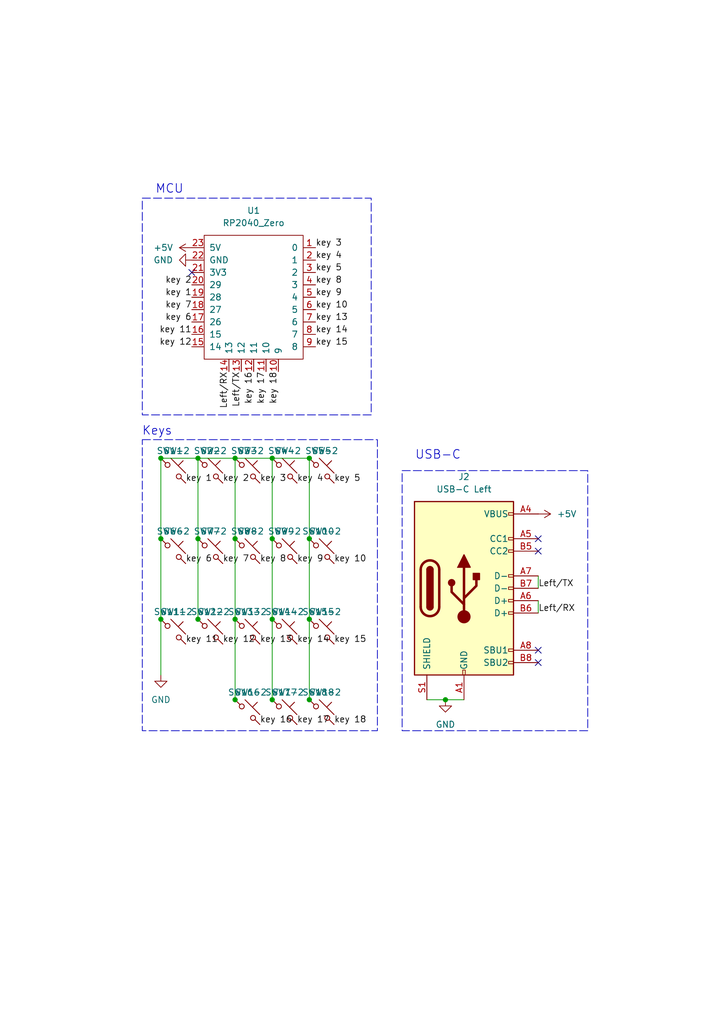
<source format=kicad_sch>
(kicad_sch (version 20250114) (generator "eeschema") (generator_version "9.0")
  (paper "A5" portrait)
  (title_block (title "Split") (date "2025-03-22") (rev "1") (company "Lukas Reis"))
  (lib_symbols
    (symbol "+5V_1" (power) (pin_numbers (hide yes)) (pin_names (offset 0) (hide yes))
      (property "Value" "+5V" (at 0 3.556 0))
      (symbol "+5V_1_0_1"
        (polyline (pts (xy -0.762 1.27) (xy 0 2.54)))
        (polyline (pts (xy 0 2.54) (xy 0.762 1.27)))
        (polyline (pts (xy 0 0) (xy 0 2.54)))
      )
      (symbol "+5V_1_1_1"
        (pin power_in line (at 0 0 90) (length 0) (name "~") (number "1"))
      )
    )
    (symbol "Connector:USB_C_Receptacle_USB2.0_16P" (pin_names (offset 1.016))
      (property "Reference" "J" (at 0 22.225 0))
      (property "Value" "USB_C_Receptacle_USB2.0_16P" (at 0 19.685 0))
      (symbol "USB_C_Receptacle_USB2.0_16P_0_0"
        (rectangle (start -0.254 -17.78) (end 0.254 -16.764))
        (rectangle (start 10.16 15.494) (end 9.144 14.986))
        (rectangle (start 10.16 10.414) (end 9.144 9.906))
        (rectangle (start 10.16 7.874) (end 9.144 7.366))
        (rectangle (start 10.16 2.794) (end 9.144 2.286))
        (rectangle (start 10.16 0.254) (end 9.144 -0.254))
        (rectangle (start 10.16 -2.286) (end 9.144 -2.794))
        (rectangle (start 10.16 -4.826) (end 9.144 -5.334))
        (rectangle (start 10.16 -12.446) (end 9.144 -12.954))
        (rectangle (start 10.16 -14.986) (end 9.144 -15.494))
      )
      (symbol "USB_C_Receptacle_USB2.0_16P_0_1"
        (rectangle (start -10.16 17.78) (end 10.16 -17.78) (stroke (width 0.254)) (fill (type background)))
        (polyline (pts (xy -8.89 -3.81) (xy -8.89 3.81)) (stroke (width 0.508)))
        (rectangle (start -7.62 -3.81) (end -6.35 3.81) (stroke (width 0.254)) (fill (type outline)))
        (arc (start -7.62 3.81) (mid -6.985 4.4423) (end -6.35 3.81) (stroke (width 0.254)))
        (arc (start -7.62 3.81) (mid -6.985 4.4423) (end -6.35 3.81) (stroke (width 0.254)) (fill (type outline)))
        (arc (start -8.89 3.81) (mid -6.985 5.7067) (end -5.08 3.81) (stroke (width 0.508)))
        (arc (start -5.08 -3.81) (mid -6.985 -5.7067) (end -8.89 -3.81) (stroke (width 0.508)))
        (arc (start -6.35 -3.81) (mid -6.985 -4.4423) (end -7.62 -3.81) (stroke (width 0.254)))
        (arc (start -6.35 -3.81) (mid -6.985 -4.4423) (end -7.62 -3.81) (stroke (width 0.254)) (fill (type outline)))
        (polyline (pts (xy -5.08 3.81) (xy -5.08 -3.81)) (stroke (width 0.508)))
        (circle (center -2.54 1.143) (radius 0.635) (stroke (width 0.254)) (fill (type outline)))
        (polyline (pts (xy -1.27 4.318) (xy 0 6.858) (xy 1.27 4.318) (xy -1.27 4.318)) (stroke (width 0.254)) (fill (type outline)))
        (polyline (pts (xy 0 -2.032) (xy 2.54 0.508) (xy 2.54 1.778)) (stroke (width 0.508)))
        (polyline (pts (xy 0 -3.302) (xy -2.54 -0.762) (xy -2.54 0.508)) (stroke (width 0.508)))
        (polyline (pts (xy 0 -5.842) (xy 0 4.318)) (stroke (width 0.508)))
        (circle (center 0 -5.842) (radius 1.27) (fill (type outline)))
        (rectangle (start 1.905 1.778) (end 3.175 3.048) (stroke (width 0.254)) (fill (type outline)))
      )
      (symbol "USB_C_Receptacle_USB2.0_16P_1_1"
        (pin passive line (at -7.62 -22.86 90) (length 5.08) (name "SHIELD") (number "S1"))
        (pin passive line (at 0 -22.86 90) (length 5.08) (name "GND") (number "A1"))
        (pin passive line (at 0 -22.86 90) (length 5.08) (hide yes) (name "GND") (number "A12"))
        (pin passive line (at 0 -22.86 90) (length 5.08) (hide yes) (name "GND") (number "B1"))
        (pin passive line (at 0 -22.86 90) (length 5.08) (hide yes) (name "GND") (number "B12"))
        (pin passive line (at 15.24 15.24 180) (length 5.08) (name "VBUS") (number "A4"))
        (pin passive line (at 15.24 15.24 180) (length 5.08) (hide yes) (name "VBUS") (number "A9"))
        (pin passive line (at 15.24 15.24 180) (length 5.08) (hide yes) (name "VBUS") (number "B4"))
        (pin passive line (at 15.24 15.24 180) (length 5.08) (hide yes) (name "VBUS") (number "B9"))
        (pin bidirectional line (at 15.24 10.16 180) (length 5.08) (name "CC1") (number "A5"))
        (pin bidirectional line (at 15.24 7.62 180) (length 5.08) (name "CC2") (number "B5"))
        (pin bidirectional line (at 15.24 2.54 180) (length 5.08) (name "D-") (number "A7"))
        (pin bidirectional line (at 15.24 0 180) (length 5.08) (name "D-") (number "B7"))
        (pin bidirectional line (at 15.24 -2.54 180) (length 5.08) (name "D+") (number "A6"))
        (pin bidirectional line (at 15.24 -5.08 180) (length 5.08) (name "D+") (number "B6"))
        (pin bidirectional line (at 15.24 -12.7 180) (length 5.08) (name "SBU1") (number "A8"))
        (pin bidirectional line (at 15.24 -15.24 180) (length 5.08) (name "SBU2") (number "B8"))
      )
    )
    (symbol "ScottoKeebs:MCU_RP2040_Zero" (pin_names (offset 1.016))
      (property "Reference" "U" (at 0 15.24 0))
      (property "Value" "RP2040_Zero" (at 0 12.7 0))
      (symbol "MCU_RP2040_Zero_0_1"
        (rectangle (start -10.16 11.43) (end 10.16 -13.97))
      )
      (symbol "MCU_RP2040_Zero_1_1"
        (pin power_out line (at -12.7 8.89 0) (length 2.54) (name "5V") (number "23"))
        (pin power_out line (at -12.7 6.35 0) (length 2.54) (name "GND") (number "22"))
        (pin power_out line (at -12.7 3.81 0) (length 2.54) (name "3V3") (number "21"))
        (pin bidirectional line (at -12.7 1.27 0) (length 2.54) (name "29") (number "20"))
        (pin bidirectional line (at -12.7 -1.27 0) (length 2.54) (name "28") (number "19"))
        (pin bidirectional line (at -12.7 -3.81 0) (length 2.54) (name "27") (number "18"))
        (pin bidirectional line (at -12.7 -6.35 0) (length 2.54) (name "26") (number "17"))
        (pin bidirectional line (at -12.7 -8.89 0) (length 2.54) (name "15") (number "16"))
        (pin bidirectional line (at -12.7 -11.43 0) (length 2.54) (name "14") (number "15"))
        (pin bidirectional line (at -5.08 -16.51 90) (length 2.54) (name "13") (number "14"))
        (pin bidirectional line (at -2.54 -16.51 90) (length 2.54) (name "12") (number "13"))
        (pin bidirectional line (at 0 -16.51 90) (length 2.54) (name "11") (number "12"))
        (pin bidirectional line (at 2.54 -16.51 90) (length 2.54) (name "10") (number "11"))
        (pin bidirectional line (at 5.08 -16.51 90) (length 2.54) (name "9") (number "10"))
        (pin bidirectional line (at 12.7 8.89 180) (length 2.54) (name "0") (number "1"))
        (pin bidirectional line (at 12.7 6.35 180) (length 2.54) (name "1") (number "2"))
        (pin bidirectional line (at 12.7 3.81 180) (length 2.54) (name "2") (number "3"))
        (pin bidirectional line (at 12.7 1.27 180) (length 2.54) (name "3") (number "4"))
        (pin bidirectional line (at 12.7 -1.27 180) (length 2.54) (name "4") (number "5"))
        (pin bidirectional line (at 12.7 -3.81 180) (length 2.54) (name "5") (number "6"))
        (pin bidirectional line (at 12.7 -6.35 180) (length 2.54) (name "6") (number "7"))
        (pin bidirectional line (at 12.7 -8.89 180) (length 2.54) (name "7") (number "8"))
        (pin bidirectional line (at 12.7 -11.43 180) (length 2.54) (name "8") (number "9"))
      )
    )
    (symbol "Switch:SW_Push_45deg" (pin_numbers (hide yes)) (pin_names (offset 1.016) (hide yes))
      (property "Reference" "SW" (at 3.048 1.016 0))
      (property "Value" "SW_Push_45deg" (at 0 -3.81 0))
      (symbol "SW_Push_45deg_0_1"
        (polyline (pts (xy -2.54 2.54) (xy -1.524 1.524) (xy -1.524 1.524)))
        (circle (center -1.1684 1.1684) (radius 0.508))
        (polyline (pts (xy -0.508 2.54) (xy 2.54 -0.508)))
        (polyline (pts (xy 1.016 1.016) (xy 2.032 2.032)))
        (circle (center 1.143 -1.1938) (radius 0.508))
        (polyline (pts (xy 1.524 -1.524) (xy 2.54 -2.54) (xy 2.54 -2.54) (xy 2.54 -2.54)))
        (pin passive line (at -2.54 2.54 0) (length 0) (name "1") (number "1"))
        (pin passive line (at 2.54 -2.54 180) (length 0) (name "2") (number "2"))
      )
    )
    (symbol "power:+5V" (power) (pin_numbers (hide yes)) (pin_names (offset 0) (hide yes))
      (property "Value" "+5V" (at 0 3.556 0))
      (symbol "+5V_0_1"
        (polyline (pts (xy -0.762 1.27) (xy 0 2.54)))
        (polyline (pts (xy 0 2.54) (xy 0.762 1.27)))
        (polyline (pts (xy 0 0) (xy 0 2.54)))
      )
      (symbol "+5V_1_1"
        (pin power_in line (at 0 0 90) (length 0) (name "~") (number "1"))
      )
    )
    (symbol "power:GND" (power) (pin_numbers (hide yes)) (pin_names (offset 0) (hide yes))
      (property "Value" "GND" (at 0 -3.81 0))
      (symbol "GND_0_1"
        (polyline (pts (xy 0 0) (xy 0 -1.27) (xy 1.27 -1.27) (xy 0 -2.54) (xy -1.27 -1.27) (xy 0 -1.27)))
      )
      (symbol "GND_1_1"
        (pin power_in line (at 0 0 270) (length 0) (name "~") (number "1"))
      )
    )
  )
  (rectangle (start 29.21 40.64) (end 76.2 85.09) (stroke (width 0) (type dash)))
  (rectangle (start 82.55 96.52) (end 120.65 149.86) (stroke (width 0) (type dash)))
  (rectangle (start 29.21 90.17) (end 77.47 149.86) (stroke (width 0) (type dash)))
  (text "USB-C\n\n\n" (at 89.916 96.266 0) (effects (font (size 1.778 1.778))))
  (text "Keys\n\n" (at 32.258 89.916 0) (effects (font (size 1.778 1.778))))
  (text "MCU" (at 34.798 38.862 0) (effects (font (size 1.778 1.778))))
  (junction (at 40.64 93.98))
  (junction (at 91.44 143.51))
  (junction (at 48.26 143.51))
  (junction (at 48.26 93.98))
  (junction (at 33.02 127))
  (junction (at 33.02 110.49))
  (junction (at 33.02 93.98))
  (junction (at 63.5 143.51))
  (junction (at 55.88 93.98))
  (junction (at 40.64 127))
  (junction (at 55.88 127))
  (junction (at 48.26 110.49))
  (junction (at 55.88 143.51))
  (junction (at 63.5 93.98))
  (junction (at 55.88 110.49))
  (junction (at 63.5 127))
  (junction (at 63.5 110.49))
  (junction (at 40.64 110.49))
  (junction (at 48.26 127))
  (no_connect (at 110.49 110.49))
  (no_connect (at 39.37 55.88))
  (no_connect (at 110.49 133.35))
  (no_connect (at 110.49 113.03))
  (no_connect (at 110.49 135.89))
  (wire (pts (xy 33.02 93.98) (xy 40.64 93.98)))
  (wire (pts (xy 40.64 110.49) (xy 40.64 127)))
  (wire (pts (xy 110.49 118.11) (xy 110.49 120.65)))
  (wire (pts (xy 48.26 110.49) (xy 48.26 127)))
  (wire (pts (xy 63.5 110.49) (xy 63.5 127)))
  (wire (pts (xy 48.26 93.98) (xy 48.26 110.49)))
  (wire (pts (xy 55.88 93.98) (xy 55.88 110.49)))
  (wire (pts (xy 33.02 93.98) (xy 33.02 110.49)))
  (wire (pts (xy 33.02 138.43) (xy 33.02 127)))
  (wire (pts (xy 87.63 143.51) (xy 91.44 143.51)))
  (wire (pts (xy 48.26 127) (xy 48.26 143.51)))
  (wire (pts (xy 48.26 93.98) (xy 55.88 93.98)))
  (wire (pts (xy 55.88 93.98) (xy 63.5 93.98)))
  (wire (pts (xy 110.49 123.19) (xy 110.49 125.73)))
  (wire (pts (xy 91.44 143.51) (xy 95.25 143.51)))
  (wire (pts (xy 55.88 127) (xy 55.88 143.51)))
  (wire (pts (xy 55.88 110.49) (xy 55.88 127)))
  (wire (pts (xy 40.64 93.98) (xy 48.26 93.98)))
  (wire (pts (xy 63.5 93.98) (xy 63.5 110.49)))
  (wire (pts (xy 40.64 93.98) (xy 40.64 110.49)))
  (wire (pts (xy 33.02 110.49) (xy 33.02 127)))
  (wire (pts (xy 63.5 127) (xy 63.5 143.51)))
  (label "key 17" (at 60.96 148.59 0))
  (label "key 3" (at 53.34 99.06 0))
  (label "key 15" (at 68.58 132.08 0))
  (label "key 11" (at 38.1 132.08 0))
  (label "key 6" (at 38.1 115.57 0))
  (label "key 8" (at 53.34 115.57 0))
  (label "key 1" (at 38.1 99.06 0))
  (label "key 13" (at 53.34 132.08 0))
  (label "key 15" (at 64.77 71.12 0))
  (label "key 10" (at 64.77 63.5 0))
  (label "key 9" (at 64.77 60.96 0))
  (label "key 13" (at 64.77 66.04 0))
  (label "key 18" (at 68.58 148.59 0))
  (label "key 5" (at 64.77 55.88 0))
  (label "Left{slash}TX" (at 49.53 76.2 270))
  (label "key 5" (at 68.58 99.06 0))
  (label "key 2" (at 39.37 58.42 180))
  (label "key 11" (at 39.37 68.58 180))
  (label "key 14" (at 60.96 132.08 0))
  (label "key 6" (at 39.37 66.04 180))
  (label "key 1" (at 39.37 60.96 180))
  (label "key 14" (at 64.77 68.58 0))
  (label "key 7" (at 39.37 63.5 180))
  (label "key 10" (at 68.58 115.57 0))
  (label "key 18" (at 57.15 76.2 270))
  (label "key 4" (at 60.96 99.06 0))
  (label "key 12" (at 39.37 71.12 180))
  (label "key 8" (at 64.77 58.42 0))
  (label "key 16" (at 53.34 148.59 0))
  (label "key 4" (at 64.77 53.34 0))
  (label "key 12" (at 45.72 132.08 0))
  (label "key 16" (at 52.07 76.2 270))
  (label "key 2" (at 45.72 99.06 0))
  (label "key 3" (at 64.77 50.8 0))
  (label "key 9" (at 60.96 115.57 0))
  (label "Left{slash}TX" (at 110.49 120.65 0))
  (label "Left{slash}RX" (at 46.99 76.2 270))
  (label "key 7" (at 45.72 115.57 0))
  (label "Left{slash}RX" (at 110.49 125.73 0))
  (label "key 17" (at 54.61 76.2 270))
  (symbol (lib_id "Switch:SW_Push_45deg") (at 58.42 96.52 0) (unit 1)
    (property "Reference" "SW4-2" (at 58.42 92.456 0))
    (property "Value" "SW_Push_45deg" (effects (hide yes)))
    (property "Footprint" "MX_Hotswap:MX-Hotswap-1U" (effects (hide yes)))
    (property "Description" "Push button switch, normally open, two pins, 45° tilted" (effects (hide yes)))
  )
  (symbol (lib_id "Switch:SW_Push_45deg") (at 50.8 113.03 0) (unit 1)
    (property "Reference" "SW8" (at 50.8 108.966 0))
    (property "Value" "SW_Push_45deg" (effects (hide yes)))
    (property "Footprint" "MX_Hotswap:MX-Hotswap-1U" (effects (hide yes)))
    (property "Description" "Push button switch, normally open, two pins, 45° tilted" (effects (hide yes)))
  )
  (symbol (lib_id "power:GND") (at 33.02 138.43 0) (unit 1)
    (property "Reference" "#PWR03" (effects (hide yes)))
    (property "Value" "GND" (at 33.02 143.51 0))
    (property "Description" "Power symbol creates a global label with name \"GND\" , ground" (effects (hide yes)))
  )
  (symbol (lib_id "Switch:SW_Push_45deg") (at 50.8 146.05 0) (unit 1)
    (property "Reference" "SW16" (at 50.8 141.986 0))
    (property "Value" "SW_Push_45deg" (effects (hide yes)))
    (property "Footprint" "MX_Hotswap:MX-Hotswap-1U" (effects (hide yes)))
    (property "Description" "Push button switch, normally open, two pins, 45° tilted" (effects (hide yes)))
  )
  (symbol (lib_id "power:GND") (at 91.44 143.51 0) (unit 1)
    (property "Reference" "#PWR032" (effects (hide yes)))
    (property "Value" "GND" (at 91.44 148.59 0))
    (property "Description" "Power symbol creates a global label with name \"GND\" , ground" (effects (hide yes)))
  )
  (symbol (lib_id "Switch:SW_Push_45deg") (at 58.42 96.52 0) (unit 1)
    (property "Reference" "SW4" (at 58.42 92.456 0))
    (property "Value" "SW_Push_45deg" (effects (hide yes)))
    (property "Footprint" "MX_Hotswap:MX-Hotswap-1U" (effects (hide yes)))
    (property "Description" "Push button switch, normally open, two pins, 45° tilted" (effects (hide yes)))
  )
  (symbol (lib_id "Switch:SW_Push_45deg") (at 35.56 129.54 0) (unit 1)
    (property "Reference" "SW11-2" (at 35.56 125.476 0))
    (property "Value" "SW_Push_45deg" (effects (hide yes)))
    (property "Footprint" "MX_Hotswap:MX-Hotswap-1U" (effects (hide yes)))
    (property "Description" "Push button switch, normally open, two pins, 45° tilted" (effects (hide yes)))
  )
  (symbol (lib_id "Switch:SW_Push_45deg") (at 43.18 129.54 0) (unit 1)
    (property "Reference" "SW12-2" (at 43.18 125.476 0))
    (property "Value" "SW_Push_45deg" (effects (hide yes)))
    (property "Footprint" "MX_Hotswap:MX-Hotswap-1U" (effects (hide yes)))
    (property "Description" "Push button switch, normally open, two pins, 45° tilted" (effects (hide yes)))
  )
  (symbol (lib_id "Switch:SW_Push_45deg") (at 58.42 113.03 0) (unit 1)
    (property "Reference" "SW9-2" (at 58.42 108.966 0))
    (property "Value" "SW_Push_45deg" (effects (hide yes)))
    (property "Footprint" "MX_Hotswap:MX-Hotswap-1U" (effects (hide yes)))
    (property "Description" "Push button switch, normally open, two pins, 45° tilted" (effects (hide yes)))
  )
  (symbol (lib_id "Switch:SW_Push_45deg") (at 43.18 113.03 0) (unit 1)
    (property "Reference" "SW7" (at 43.18 108.966 0))
    (property "Value" "SW_Push_45deg" (effects (hide yes)))
    (property "Footprint" "MX_Hotswap:MX-Hotswap-1U" (effects (hide yes)))
    (property "Description" "Push button switch, normally open, two pins, 45° tilted" (effects (hide yes)))
  )
  (symbol (lib_id "Switch:SW_Push_45deg") (at 50.8 129.54 0) (unit 1)
    (property "Reference" "SW13" (at 50.8 125.476 0))
    (property "Value" "SW_Push_45deg" (effects (hide yes)))
    (property "Footprint" "MX_Hotswap:MX-Hotswap-1U" (effects (hide yes)))
    (property "Description" "Push button switch, normally open, two pins, 45° tilted" (effects (hide yes)))
  )
  (symbol (lib_id "Switch:SW_Push_45deg") (at 43.18 96.52 0) (unit 1)
    (property "Reference" "SW2" (at 43.18 92.456 0))
    (property "Value" "SW_Push_45deg" (effects (hide yes)))
    (property "Footprint" "MX_Hotswap:MX-Hotswap-1U" (effects (hide yes)))
    (property "Description" "Push button switch, normally open, two pins, 45° tilted" (effects (hide yes)))
  )
  (symbol (lib_name "+5V_1") (lib_id "power:+5V") (at 110.49 105.41 270) (unit 1)
    (property "Reference" "#PWR031" (effects (hide yes)))
    (property "Value" "+5V" (at 114.3 105.4099 90) (effects (justify left)))
    (property "Description" "Power symbol creates a global label with name \"+5V\"" (effects (hide yes)))
  )
  (symbol (lib_id "Switch:SW_Push_45deg") (at 66.04 129.54 0) (unit 1)
    (property "Reference" "SW15" (at 66.04 125.476 0))
    (property "Value" "SW_Push_45deg" (effects (hide yes)))
    (property "Footprint" "MX_Hotswap:MX-Hotswap-1U" (effects (hide yes)))
    (property "Description" "Push button switch, normally open, two pins, 45° tilted" (effects (hide yes)))
  )
  (symbol (lib_id "Switch:SW_Push_45deg") (at 66.04 129.54 0) (unit 1)
    (property "Reference" "SW15-2" (at 66.04 125.476 0))
    (property "Value" "SW_Push_45deg" (effects (hide yes)))
    (property "Footprint" "MX_Hotswap:MX-Hotswap-1U" (effects (hide yes)))
    (property "Description" "Push button switch, normally open, two pins, 45° tilted" (effects (hide yes)))
  )
  (symbol (lib_id "power:+5V") (at 39.37 50.8 90) (unit 1)
    (property "Reference" "#PWR02" (effects (hide yes)))
    (property "Value" "+5V" (at 35.56 50.8001 90) (effects (justify left)))
    (property "Description" "Power symbol creates a global label with name \"+5V\"" (effects (hide yes)))
  )
  (symbol (lib_id "Switch:SW_Push_45deg") (at 35.56 96.52 0) (unit 1)
    (property "Reference" "SW1-2" (at 35.56 92.456 0))
    (property "Value" "SW_Push_45deg" (effects (hide yes)))
    (property "Footprint" "MX_Hotswap:MX-Hotswap-1U" (effects (hide yes)))
    (property "Description" "Push button switch, normally open, two pins, 45° tilted" (effects (hide yes)))
  )
  (symbol (lib_id "power:GND") (at 39.37 53.34 270) (unit 1)
    (property "Reference" "#PWR01" (effects (hide yes)))
    (property "Value" "GND" (at 35.56 53.3399 90) (effects (justify right)))
    (property "Description" "Power symbol creates a global label with name \"GND\" , ground" (effects (hide yes)))
  )
  (symbol (lib_id "Switch:SW_Push_45deg") (at 58.42 129.54 0) (unit 1)
    (property "Reference" "SW14-2" (at 58.42 125.476 0))
    (property "Value" "SW_Push_45deg" (effects (hide yes)))
    (property "Footprint" "MX_Hotswap:MX-Hotswap-1U" (effects (hide yes)))
    (property "Description" "Push button switch, normally open, two pins, 45° tilted" (effects (hide yes)))
  )
  (symbol (lib_id "Connector:USB_C_Receptacle_USB2.0_16P") (at 95.25 120.65 0) (unit 1)
    (property "Reference" "J2" (at 95.25 97.79 0))
    (property "Value" "USB-C Left" (at 95.25 100.33 0))
    (property "Footprint" "kbd:TYPE-C-31-M-13C" (effects (hide yes)))
    (property "Datasheet" "https://www.usb.org/sites/default/files/documents/usb_type-c.zip" (effects (hide yes)))
    (property "Description" "USB 2.0-only 16P Type-C Receptacle connector" (effects (hide yes)))
  )
  (symbol (lib_id "Switch:SW_Push_45deg") (at 58.42 113.03 0) (unit 1)
    (property "Reference" "SW9" (at 58.42 108.966 0))
    (property "Value" "SW_Push_45deg" (effects (hide yes)))
    (property "Footprint" "MX_Hotswap:MX-Hotswap-1U" (effects (hide yes)))
    (property "Description" "Push button switch, normally open, two pins, 45° tilted" (effects (hide yes)))
  )
  (symbol (lib_id "Switch:SW_Push_45deg") (at 66.04 146.05 0) (unit 1)
    (property "Reference" "SW18" (at 66.04 141.986 0))
    (property "Value" "SW_Push_45deg" (effects (hide yes)))
    (property "Footprint" "MX_Hotswap:MX-Hotswap-1.5U" (effects (hide yes)))
    (property "Description" "Push button switch, normally open, two pins, 45° tilted" (effects (hide yes)))
  )
  (symbol (lib_id "Switch:SW_Push_45deg") (at 66.04 113.03 0) (unit 1)
    (property "Reference" "SW10" (at 66.04 108.966 0))
    (property "Value" "SW_Push_45deg" (effects (hide yes)))
    (property "Footprint" "MX_Hotswap:MX-Hotswap-1U" (effects (hide yes)))
    (property "Description" "Push button switch, normally open, two pins, 45° tilted" (effects (hide yes)))
  )
  (symbol (lib_id "Switch:SW_Push_45deg") (at 50.8 96.52 0) (unit 1)
    (property "Reference" "SW3-2" (at 50.8 92.456 0))
    (property "Value" "SW_Push_45deg" (effects (hide yes)))
    (property "Footprint" "MX_Hotswap:MX-Hotswap-1U" (effects (hide yes)))
    (property "Description" "Push button switch, normally open, two pins, 45° tilted" (effects (hide yes)))
  )
  (symbol (lib_id "Switch:SW_Push_45deg") (at 43.18 96.52 0) (unit 1)
    (property "Reference" "SW2-2" (at 43.18 92.456 0))
    (property "Value" "SW_Push_45deg" (effects (hide yes)))
    (property "Footprint" "MX_Hotswap:MX-Hotswap-1U" (effects (hide yes)))
    (property "Description" "Push button switch, normally open, two pins, 45° tilted" (effects (hide yes)))
  )
  (symbol (lib_id "Switch:SW_Push_45deg") (at 50.8 96.52 0) (unit 1)
    (property "Reference" "SW3" (at 50.8 92.456 0))
    (property "Value" "SW_Push_45deg" (effects (hide yes)))
    (property "Footprint" "MX_Hotswap:MX-Hotswap-1U" (effects (hide yes)))
    (property "Description" "Push button switch, normally open, two pins, 45° tilted" (effects (hide yes)))
  )
  (symbol (lib_id "Switch:SW_Push_45deg") (at 58.42 146.05 0) (unit 1)
    (property "Reference" "SW17" (at 58.42 141.986 0))
    (property "Value" "SW_Push_45deg" (effects (hide yes)))
    (property "Footprint" "MX_Hotswap:MX-Hotswap-1U" (effects (hide yes)))
    (property "Description" "Push button switch, normally open, two pins, 45° tilted" (effects (hide yes)))
  )
  (symbol (lib_id "Switch:SW_Push_45deg") (at 50.8 113.03 0) (unit 1)
    (property "Reference" "SW8-2" (at 50.8 108.966 0))
    (property "Value" "SW_Push_45deg" (effects (hide yes)))
    (property "Footprint" "MX_Hotswap:MX-Hotswap-1U" (effects (hide yes)))
    (property "Description" "Push button switch, normally open, two pins, 45° tilted" (effects (hide yes)))
  )
  (symbol (lib_id "Switch:SW_Push_45deg") (at 50.8 129.54 0) (unit 1)
    (property "Reference" "SW13-2" (at 50.8 125.476 0))
    (property "Value" "SW_Push_45deg" (effects (hide yes)))
    (property "Footprint" "MX_Hotswap:MX-Hotswap-1U" (effects (hide yes)))
    (property "Description" "Push button switch, normally open, two pins, 45° tilted" (effects (hide yes)))
  )
  (symbol (lib_id "Switch:SW_Push_45deg") (at 35.56 129.54 0) (unit 1)
    (property "Reference" "SW11" (at 35.56 125.476 0))
    (property "Value" "SW_Push_45deg" (effects (hide yes)))
    (property "Footprint" "MX_Hotswap:MX-Hotswap-1U" (effects (hide yes)))
    (property "Description" "Push button switch, normally open, two pins, 45° tilted" (effects (hide yes)))
  )
  (symbol (lib_id "Switch:SW_Push_45deg") (at 58.42 129.54 0) (unit 1)
    (property "Reference" "SW14" (at 58.42 125.476 0))
    (property "Value" "SW_Push_45deg" (effects (hide yes)))
    (property "Footprint" "MX_Hotswap:MX-Hotswap-1U" (effects (hide yes)))
    (property "Description" "Push button switch, normally open, two pins, 45° tilted" (effects (hide yes)))
  )
  (symbol (lib_id "ScottoKeebs:MCU_RP2040_Zero") (at 52.07 59.69 0) (unit 1)
    (property "Reference" "U1" (at 52.07 43.18 0))
    (property "Value" "RP2040_Zero" (at 52.07 45.72 0))
    (property "Footprint" "ScottoKeebs_MCU:RP2040_Zero" (effects (hide yes)))
  )
  (symbol (lib_id "Switch:SW_Push_45deg") (at 43.18 129.54 0) (unit 1)
    (property "Reference" "SW12" (at 43.18 125.476 0))
    (property "Value" "SW_Push_45deg" (effects (hide yes)))
    (property "Footprint" "MX_Hotswap:MX-Hotswap-1U" (effects (hide yes)))
    (property "Description" "Push button switch, normally open, two pins, 45° tilted" (effects (hide yes)))
  )
  (symbol (lib_id "Switch:SW_Push_45deg") (at 35.56 113.03 0) (unit 1)
    (property "Reference" "SW6" (at 35.56 108.966 0))
    (property "Value" "SW_Push_45deg" (effects (hide yes)))
    (property "Footprint" "MX_Hotswap:MX-Hotswap-1U" (effects (hide yes)))
    (property "Description" "Push button switch, normally open, two pins, 45° tilted" (effects (hide yes)))
  )
  (symbol (lib_id "Switch:SW_Push_45deg") (at 58.42 146.05 0) (unit 1)
    (property "Reference" "SW17-2" (at 58.42 141.986 0))
    (property "Value" "SW_Push_45deg" (effects (hide yes)))
    (property "Footprint" "MX_Hotswap:MX-Hotswap-1U" (effects (hide yes)))
    (property "Description" "Push button switch, normally open, two pins, 45° tilted" (effects (hide yes)))
  )
  (symbol (lib_id "Switch:SW_Push_45deg") (at 35.56 96.52 0) (unit 1)
    (property "Reference" "SW1" (at 35.56 92.456 0))
    (property "Value" "SW_Push_45deg" (effects (hide yes)))
    (property "Footprint" "MX_Hotswap:MX-Hotswap-1U" (effects (hide yes)))
    (property "Description" "Push button switch, normally open, two pins, 45° tilted" (effects (hide yes)))
  )
  (symbol (lib_id "Switch:SW_Push_45deg") (at 66.04 96.52 0) (unit 1)
    (property "Reference" "SW5" (at 66.04 92.456 0))
    (property "Value" "SW_Push_45deg" (effects (hide yes)))
    (property "Footprint" "MX_Hotswap:MX-Hotswap-1U" (effects (hide yes)))
    (property "Description" "Push button switch, normally open, two pins, 45° tilted" (effects (hide yes)))
  )
  (symbol (lib_id "Switch:SW_Push_45deg") (at 43.18 113.03 0) (unit 1)
    (property "Reference" "SW7-2" (at 43.18 108.966 0))
    (property "Value" "SW_Push_45deg" (effects (hide yes)))
    (property "Footprint" "MX_Hotswap:MX-Hotswap-1U" (effects (hide yes)))
    (property "Description" "Push button switch, normally open, two pins, 45° tilted" (effects (hide yes)))
  )
  (symbol (lib_id "Switch:SW_Push_45deg") (at 50.8 146.05 0) (unit 1)
    (property "Reference" "SW16-2" (at 50.8 141.986 0))
    (property "Value" "SW_Push_45deg" (effects (hide yes)))
    (property "Footprint" "MX_Hotswap:MX-Hotswap-1U" (effects (hide yes)))
    (property "Description" "Push button switch, normally open, two pins, 45° tilted" (effects (hide yes)))
  )
  (symbol (lib_id "Switch:SW_Push_45deg") (at 35.56 113.03 0) (unit 1)
    (property "Reference" "SW6-2" (at 35.56 108.966 0))
    (property "Value" "SW_Push_45deg" (effects (hide yes)))
    (property "Footprint" "MX_Hotswap:MX-Hotswap-1U" (effects (hide yes)))
    (property "Description" "Push button switch, normally open, two pins, 45° tilted" (effects (hide yes)))
  )
  (symbol (lib_id "Switch:SW_Push_45deg") (at 66.04 146.05 0) (unit 1)
    (property "Reference" "SW18-2" (at 66.04 141.986 0))
    (property "Value" "SW_Push_45deg" (effects (hide yes)))
    (property "Footprint" "MX_Hotswap:MX-Hotswap-1.5U" (effects (hide yes)))
    (property "Description" "Push button switch, normally open, two pins, 45° tilted" (effects (hide yes)))
  )
  (symbol (lib_id "Switch:SW_Push_45deg") (at 66.04 113.03 0) (unit 1)
    (property "Reference" "SW10-2" (at 66.04 108.966 0))
    (property "Value" "SW_Push_45deg" (effects (hide yes)))
    (property "Footprint" "MX_Hotswap:MX-Hotswap-1U" (effects (hide yes)))
    (property "Description" "Push button switch, normally open, two pins, 45° tilted" (effects (hide yes)))
  )
  (symbol (lib_id "Switch:SW_Push_45deg") (at 66.04 96.52 0) (unit 1)
    (property "Reference" "SW5-2" (at 66.04 92.456 0))
    (property "Value" "SW_Push_45deg" (effects (hide yes)))
    (property "Footprint" "MX_Hotswap:MX-Hotswap-1U" (effects (hide yes)))
    (property "Description" "Push button switch, normally open, two pins, 45° tilted" (effects (hide yes)))
  )
)
</source>
